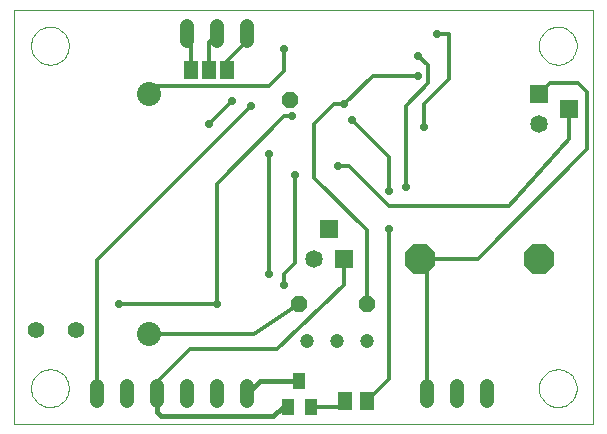
<source format=gbl>
G75*
%MOIN*%
%OFA0B0*%
%FSLAX24Y24*%
%IPPOS*%
%LPD*%
%AMOC8*
5,1,8,0,0,1.08239X$1,22.5*
%
%ADD10C,0.0000*%
%ADD11C,0.0585*%
%ADD12R,0.0585X0.0585*%
%ADD13OC8,0.1000*%
%ADD14C,0.0800*%
%ADD15C,0.0480*%
%ADD16C,0.0472*%
%ADD17OC8,0.0560*%
%ADD18R,0.0460X0.0630*%
%ADD19C,0.0551*%
%ADD20R,0.0394X0.0551*%
%ADD21R,0.0512X0.0591*%
%ADD22C,0.0277*%
%ADD23C,0.0120*%
%ADD24C,0.0160*%
D10*
X000100Y000550D02*
X000100Y014330D01*
X019391Y014330D01*
X019391Y000550D01*
X000100Y000550D01*
X000651Y001731D02*
X000653Y001781D01*
X000659Y001831D01*
X000669Y001880D01*
X000683Y001928D01*
X000700Y001975D01*
X000721Y002020D01*
X000746Y002064D01*
X000774Y002105D01*
X000806Y002144D01*
X000840Y002181D01*
X000877Y002215D01*
X000917Y002245D01*
X000959Y002272D01*
X001003Y002296D01*
X001049Y002317D01*
X001096Y002333D01*
X001144Y002346D01*
X001194Y002355D01*
X001243Y002360D01*
X001294Y002361D01*
X001344Y002358D01*
X001393Y002351D01*
X001442Y002340D01*
X001490Y002325D01*
X001536Y002307D01*
X001581Y002285D01*
X001624Y002259D01*
X001665Y002230D01*
X001704Y002198D01*
X001740Y002163D01*
X001772Y002125D01*
X001802Y002085D01*
X001829Y002042D01*
X001852Y001998D01*
X001871Y001952D01*
X001887Y001904D01*
X001899Y001855D01*
X001907Y001806D01*
X001911Y001756D01*
X001911Y001706D01*
X001907Y001656D01*
X001899Y001607D01*
X001887Y001558D01*
X001871Y001510D01*
X001852Y001464D01*
X001829Y001420D01*
X001802Y001377D01*
X001772Y001337D01*
X001740Y001299D01*
X001704Y001264D01*
X001665Y001232D01*
X001624Y001203D01*
X001581Y001177D01*
X001536Y001155D01*
X001490Y001137D01*
X001442Y001122D01*
X001393Y001111D01*
X001344Y001104D01*
X001294Y001101D01*
X001243Y001102D01*
X001194Y001107D01*
X001144Y001116D01*
X001096Y001129D01*
X001049Y001145D01*
X001003Y001166D01*
X000959Y001190D01*
X000917Y001217D01*
X000877Y001247D01*
X000840Y001281D01*
X000806Y001318D01*
X000774Y001357D01*
X000746Y001398D01*
X000721Y001442D01*
X000700Y001487D01*
X000683Y001534D01*
X000669Y001582D01*
X000659Y001631D01*
X000653Y001681D01*
X000651Y001731D01*
X000651Y013148D02*
X000653Y013198D01*
X000659Y013248D01*
X000669Y013297D01*
X000683Y013345D01*
X000700Y013392D01*
X000721Y013437D01*
X000746Y013481D01*
X000774Y013522D01*
X000806Y013561D01*
X000840Y013598D01*
X000877Y013632D01*
X000917Y013662D01*
X000959Y013689D01*
X001003Y013713D01*
X001049Y013734D01*
X001096Y013750D01*
X001144Y013763D01*
X001194Y013772D01*
X001243Y013777D01*
X001294Y013778D01*
X001344Y013775D01*
X001393Y013768D01*
X001442Y013757D01*
X001490Y013742D01*
X001536Y013724D01*
X001581Y013702D01*
X001624Y013676D01*
X001665Y013647D01*
X001704Y013615D01*
X001740Y013580D01*
X001772Y013542D01*
X001802Y013502D01*
X001829Y013459D01*
X001852Y013415D01*
X001871Y013369D01*
X001887Y013321D01*
X001899Y013272D01*
X001907Y013223D01*
X001911Y013173D01*
X001911Y013123D01*
X001907Y013073D01*
X001899Y013024D01*
X001887Y012975D01*
X001871Y012927D01*
X001852Y012881D01*
X001829Y012837D01*
X001802Y012794D01*
X001772Y012754D01*
X001740Y012716D01*
X001704Y012681D01*
X001665Y012649D01*
X001624Y012620D01*
X001581Y012594D01*
X001536Y012572D01*
X001490Y012554D01*
X001442Y012539D01*
X001393Y012528D01*
X001344Y012521D01*
X001294Y012518D01*
X001243Y012519D01*
X001194Y012524D01*
X001144Y012533D01*
X001096Y012546D01*
X001049Y012562D01*
X001003Y012583D01*
X000959Y012607D01*
X000917Y012634D01*
X000877Y012664D01*
X000840Y012698D01*
X000806Y012735D01*
X000774Y012774D01*
X000746Y012815D01*
X000721Y012859D01*
X000700Y012904D01*
X000683Y012951D01*
X000669Y012999D01*
X000659Y013048D01*
X000653Y013098D01*
X000651Y013148D01*
X017580Y013148D02*
X017582Y013198D01*
X017588Y013248D01*
X017598Y013297D01*
X017612Y013345D01*
X017629Y013392D01*
X017650Y013437D01*
X017675Y013481D01*
X017703Y013522D01*
X017735Y013561D01*
X017769Y013598D01*
X017806Y013632D01*
X017846Y013662D01*
X017888Y013689D01*
X017932Y013713D01*
X017978Y013734D01*
X018025Y013750D01*
X018073Y013763D01*
X018123Y013772D01*
X018172Y013777D01*
X018223Y013778D01*
X018273Y013775D01*
X018322Y013768D01*
X018371Y013757D01*
X018419Y013742D01*
X018465Y013724D01*
X018510Y013702D01*
X018553Y013676D01*
X018594Y013647D01*
X018633Y013615D01*
X018669Y013580D01*
X018701Y013542D01*
X018731Y013502D01*
X018758Y013459D01*
X018781Y013415D01*
X018800Y013369D01*
X018816Y013321D01*
X018828Y013272D01*
X018836Y013223D01*
X018840Y013173D01*
X018840Y013123D01*
X018836Y013073D01*
X018828Y013024D01*
X018816Y012975D01*
X018800Y012927D01*
X018781Y012881D01*
X018758Y012837D01*
X018731Y012794D01*
X018701Y012754D01*
X018669Y012716D01*
X018633Y012681D01*
X018594Y012649D01*
X018553Y012620D01*
X018510Y012594D01*
X018465Y012572D01*
X018419Y012554D01*
X018371Y012539D01*
X018322Y012528D01*
X018273Y012521D01*
X018223Y012518D01*
X018172Y012519D01*
X018123Y012524D01*
X018073Y012533D01*
X018025Y012546D01*
X017978Y012562D01*
X017932Y012583D01*
X017888Y012607D01*
X017846Y012634D01*
X017806Y012664D01*
X017769Y012698D01*
X017735Y012735D01*
X017703Y012774D01*
X017675Y012815D01*
X017650Y012859D01*
X017629Y012904D01*
X017612Y012951D01*
X017598Y012999D01*
X017588Y013048D01*
X017582Y013098D01*
X017580Y013148D01*
X017580Y001731D02*
X017582Y001781D01*
X017588Y001831D01*
X017598Y001880D01*
X017612Y001928D01*
X017629Y001975D01*
X017650Y002020D01*
X017675Y002064D01*
X017703Y002105D01*
X017735Y002144D01*
X017769Y002181D01*
X017806Y002215D01*
X017846Y002245D01*
X017888Y002272D01*
X017932Y002296D01*
X017978Y002317D01*
X018025Y002333D01*
X018073Y002346D01*
X018123Y002355D01*
X018172Y002360D01*
X018223Y002361D01*
X018273Y002358D01*
X018322Y002351D01*
X018371Y002340D01*
X018419Y002325D01*
X018465Y002307D01*
X018510Y002285D01*
X018553Y002259D01*
X018594Y002230D01*
X018633Y002198D01*
X018669Y002163D01*
X018701Y002125D01*
X018731Y002085D01*
X018758Y002042D01*
X018781Y001998D01*
X018800Y001952D01*
X018816Y001904D01*
X018828Y001855D01*
X018836Y001806D01*
X018840Y001756D01*
X018840Y001706D01*
X018836Y001656D01*
X018828Y001607D01*
X018816Y001558D01*
X018800Y001510D01*
X018781Y001464D01*
X018758Y001420D01*
X018731Y001377D01*
X018701Y001337D01*
X018669Y001299D01*
X018633Y001264D01*
X018594Y001232D01*
X018553Y001203D01*
X018510Y001177D01*
X018465Y001155D01*
X018419Y001137D01*
X018371Y001122D01*
X018322Y001111D01*
X018273Y001104D01*
X018223Y001101D01*
X018172Y001102D01*
X018123Y001107D01*
X018073Y001116D01*
X018025Y001129D01*
X017978Y001145D01*
X017932Y001166D01*
X017888Y001190D01*
X017846Y001217D01*
X017806Y001247D01*
X017769Y001281D01*
X017735Y001318D01*
X017703Y001357D01*
X017675Y001398D01*
X017650Y001442D01*
X017629Y001487D01*
X017612Y001534D01*
X017598Y001582D01*
X017588Y001631D01*
X017582Y001681D01*
X017580Y001731D01*
D11*
X010100Y006050D03*
X017600Y010550D03*
D12*
X017600Y011550D03*
X018600Y011050D03*
X011100Y006050D03*
X010600Y007050D03*
D13*
X013630Y006050D03*
X017570Y006050D03*
D14*
X004600Y003550D03*
X004600Y011550D03*
D15*
X005850Y013310D02*
X005850Y013790D01*
X006850Y013790D02*
X006850Y013310D01*
X007850Y013310D02*
X007850Y013790D01*
X007850Y001790D02*
X007850Y001310D01*
X006850Y001310D02*
X006850Y001790D01*
X005850Y001790D02*
X005850Y001310D01*
X004850Y001310D02*
X004850Y001790D01*
X003850Y001790D02*
X003850Y001310D01*
X002850Y001310D02*
X002850Y001790D01*
X013850Y001790D02*
X013850Y001310D01*
X014850Y001310D02*
X014850Y001790D01*
X015850Y001790D02*
X015850Y001310D01*
D16*
X011850Y003300D03*
X010850Y003300D03*
X009850Y003300D03*
D17*
X009600Y004550D03*
X011850Y004550D03*
X009275Y011350D03*
D18*
X007185Y012354D03*
X006585Y012354D03*
X005985Y012354D03*
D19*
X002144Y003675D03*
X000806Y003675D03*
D20*
X009226Y001117D03*
X009974Y001117D03*
X009600Y001983D03*
D21*
X011101Y001300D03*
X011849Y001300D03*
D22*
X009100Y005175D03*
X008600Y005550D03*
X006850Y004550D03*
X003600Y004550D03*
X008600Y009550D03*
X009450Y008850D03*
X010900Y009150D03*
X011350Y010675D03*
X011100Y011200D03*
X009350Y010800D03*
X008000Y011150D03*
X007350Y011300D03*
X006600Y010550D03*
X009100Y013050D03*
X013550Y012800D03*
X013550Y012150D03*
X014200Y013550D03*
X013750Y010450D03*
X013150Y008450D03*
X012600Y008300D03*
X012600Y007050D03*
D23*
X012600Y002050D01*
X011850Y001300D01*
X011849Y001300D01*
X011101Y001300D02*
X010918Y001117D01*
X009974Y001117D01*
X009226Y001117D02*
X009042Y001117D01*
X008850Y003050D02*
X005950Y003050D01*
X004850Y001950D01*
X004850Y001550D01*
X002850Y001550D02*
X002850Y006000D01*
X008000Y011150D01*
X007350Y011300D02*
X006600Y010550D01*
X004850Y011800D02*
X008600Y011800D01*
X009100Y012300D01*
X009100Y013050D01*
X007850Y013300D02*
X007850Y013550D01*
X007850Y013300D02*
X007185Y012635D01*
X007185Y012354D01*
X006585Y012354D02*
X006585Y013285D01*
X006850Y013550D01*
X005985Y013415D02*
X005850Y013550D01*
X005985Y013415D02*
X005985Y012354D01*
X004850Y011800D02*
X004600Y011550D01*
X006850Y008550D02*
X006850Y004550D01*
X003600Y004550D01*
X004600Y003550D02*
X008100Y003550D01*
X009600Y004550D01*
X009100Y005175D02*
X009100Y005550D01*
X009450Y005900D01*
X009450Y008850D01*
X010100Y008750D02*
X011850Y007000D01*
X011850Y004550D01*
X011100Y005175D02*
X008850Y003050D01*
X011100Y005175D02*
X011100Y006050D01*
X012600Y007800D02*
X016600Y007800D01*
X018600Y010050D01*
X018600Y011050D01*
X019200Y011600D02*
X018900Y011900D01*
X017950Y011900D01*
X017600Y011550D01*
X019200Y011600D02*
X019200Y009700D01*
X015550Y006050D01*
X013630Y006050D01*
X013850Y005830D01*
X013850Y001550D01*
X008600Y005550D02*
X008600Y009550D01*
X009100Y010800D02*
X006850Y008550D01*
X009100Y010800D02*
X009350Y010800D01*
X010100Y010550D02*
X010100Y008750D01*
X010900Y009150D02*
X011250Y009150D01*
X012600Y007800D01*
X012600Y008300D02*
X012600Y009425D01*
X011350Y010675D01*
X011100Y011200D02*
X010750Y011200D01*
X010100Y010550D01*
X011100Y011200D02*
X012050Y012150D01*
X013550Y012150D01*
X013900Y011900D02*
X013900Y012500D01*
X013550Y012800D01*
X014200Y013550D02*
X014600Y013550D01*
X014600Y012050D01*
X013750Y011200D01*
X013750Y010450D01*
X013150Y011150D02*
X013900Y011900D01*
X013150Y011150D02*
X013150Y008450D01*
D24*
X009600Y001983D02*
X008283Y001983D01*
X007850Y001550D01*
X008725Y000800D02*
X004975Y000800D01*
X004850Y000925D01*
X004850Y001550D01*
X008725Y000800D02*
X009042Y001117D01*
M02*

</source>
